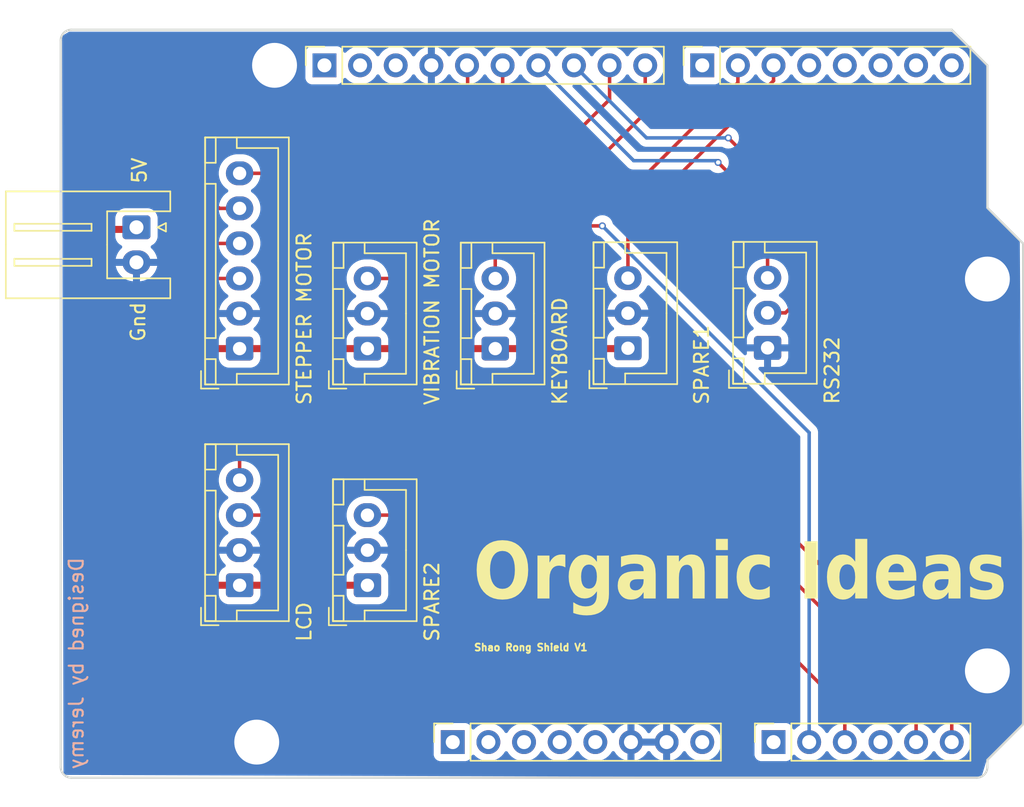
<source format=kicad_pcb>
(kicad_pcb (version 20240108) (generator "pcbnew") (generator_version "8.0")
  (title_block (date "mar. 31 mars 2015"))
  (layers (0 "F.Cu" signal) (31 "B.Cu" signal) (34 "B.Paste" user) (35 "F.Paste" user) (36 "B.SilkS" user "B.Silkscreen") (37 "F.SilkS" user "F.Silkscreen") (38 "B.Mask" user) (39 "F.Mask" user) (44 "Edge.Cuts" user))
  (net 0 "")
  (net 1 "GND")
  (net 3 "+5V")
  (net 4 "/IOREF")
  (net 5 "/A0")
  (net 6 "/A1")
  (net 7 "/A2")
  (net 8 "/A3")
  (net 9 "/SDA")
  (net 10 "/SCL{slash}A5")
  (net 11 "/13")
  (net 12 "/12")
  (net 13 "/AREF")
  (net 14 "/8")
  (net 15 "/7")
  (net 16 "/*11")
  (net 17 "/*10")
  (net 18 "/*9")
  (net 19 "/4")
  (net 20 "/2")
  (net 21 "/*6")
  (net 22 "/*5")
  (net 23 "/TX{slash}1")
  (net 24 "/*3")
  (net 25 "/RX{slash}0")
  (net 26 "+3V3")
  (net 27 "VCC")
  (net 28 "/~{RESET}")
  (footprint "Connector_PinSocket_2.54mm:PinSocket_1x08_P2.54mm_Vertical" (layer "F.Cu") (at 127.94 97.46 90)
    (property "Reference" "J1" (hide yes))
    (property "Value" "Power")
    (fp_line (start 1.33 -1.33) (end 1.33 0) (stroke (width 0.12)) (layer "F.SilkS"))
    (fp_line (start 0 -1.33) (end 1.33 -1.33) (stroke (width 0.12)) (layer "F.SilkS"))
    (fp_line (start 1.33 1.27) (end 1.33 19.11) (stroke (width 0.12)) (layer "F.SilkS"))
    (fp_line (start -1.33 1.27) (end 1.33 1.27) (stroke (width 0.12)) (layer "F.SilkS"))
    (fp_line (start -1.33 1.27) (end -1.33 19.11) (stroke (width 0.12)) (layer "F.SilkS"))
    (fp_line (start -1.33 19.11) (end 1.33 19.11) (stroke (width 0.12)) (layer "F.SilkS"))
    (pad "1" thru_hole rect (at 0 0 90) (size 1.7 1.7) (drill 1) (layers "*.Cu" "*.Mask"))
    (pad "2" thru_hole oval (at 0 2.54 90) (size 1.7 1.7) (drill 1) (layers "*.Cu" "*.Mask") (net 4 "/IOREF"))
    (pad "3" thru_hole oval (at 0 5.08 90) (size 1.7 1.7) (drill 1) (layers "*.Cu" "*.Mask") (net 28 "/~{RESET}"))
    (pad "4" thru_hole oval (at 0 7.62 90) (size 1.7 1.7) (drill 1) (layers "*.Cu" "*.Mask") (net 26 "+3V3"))
    (pad "5" thru_hole oval (at 0 10.16 90) (size 1.7 1.7) (drill 1) (layers "*.Cu" "*.Mask"))
    (pad "6" thru_hole oval (at 0 12.7 90) (size 1.7 1.7) (drill 1) (layers "*.Cu" "*.Mask") (net 1 "GND"))
    (pad "7" thru_hole oval (at 0 15.24 90) (size 1.7 1.7) (drill 1) (layers "*.Cu" "*.Mask") (net 1 "GND"))
    (pad "8" thru_hole oval (at 0 17.78 90) (size 1.7 1.7) (drill 1) (layers "*.Cu" "*.Mask") (net 27 "VCC"))
  )
  (footprint "Connector_PinSocket_2.54mm:PinSocket_1x06_P2.54mm_Vertical" (layer "F.Cu") (at 150.8 97.46 90)
    (property "Reference" "J3" (hide yes))
    (property "Value" "Analog")
    (fp_line (start 1.33 -1.33) (end 1.33 0) (stroke (width 0.12)) (layer "F.SilkS"))
    (fp_line (start 0 -1.33) (end 1.33 -1.33) (stroke (width 0.12)) (layer "F.SilkS"))
    (fp_line (start 1.33 1.27) (end 1.33 14.03) (stroke (width 0.12)) (layer "F.SilkS"))
    (fp_line (start -1.33 1.27) (end 1.33 1.27) (stroke (width 0.12)) (layer "F.SilkS"))
    (fp_line (start -1.33 1.27) (end -1.33 14.03) (stroke (width 0.12)) (layer "F.SilkS"))
    (fp_line (start -1.33 14.03) (end 1.33 14.03) (stroke (width 0.12)) (layer "F.SilkS"))
    (pad "1" thru_hole rect (at 0 0 90) (size 1.7 1.7) (drill 1) (layers "*.Cu" "*.Mask") (net 5 "/A0"))
    (pad "2" thru_hole oval (at 0 2.54 90) (size 1.7 1.7) (drill 1) (layers "*.Cu" "*.Mask") (net 6 "/A1"))
    (pad "3" thru_hole oval (at 0 5.08 90) (size 1.7 1.7) (drill 1) (layers "*.Cu" "*.Mask") (net 7 "/A2"))
    (pad "4" thru_hole oval (at 0 7.62 90) (size 1.7 1.7) (drill 1) (layers "*.Cu" "*.Mask") (net 8 "/A3"))
    (pad "5" thru_hole oval (at 0 10.16 90) (size 1.7 1.7) (drill 1) (layers "*.Cu" "*.Mask") (net 9 "/SDA"))
    (pad "6" thru_hole oval (at 0 12.7 90) (size 1.7 1.7) (drill 1) (layers "*.Cu" "*.Mask") (net 10 "/SCL{slash}A5"))
  )
  (footprint "Connector_PinSocket_2.54mm:PinSocket_1x10_P2.54mm_Vertical" (layer "F.Cu") (at 118.796 49.2 90)
    (property "Reference" "J2" (hide yes))
    (property "Value" "Digital/PWM")
    (fp_line (start 1.33 -1.33) (end 1.33 0) (stroke (width 0.12)) (layer "F.SilkS"))
    (fp_line (start 0 -1.33) (end 1.33 -1.33) (stroke (width 0.12)) (layer "F.SilkS"))
    (fp_line (start 1.33 1.27) (end 1.33 24.19) (stroke (width 0.12)) (layer "F.SilkS"))
    (fp_line (start -1.33 1.27) (end 1.33 1.27) (stroke (width 0.12)) (layer "F.SilkS"))
    (fp_line (start -1.33 1.27) (end -1.33 24.19) (stroke (width 0.12)) (layer "F.SilkS"))
    (fp_line (start -1.33 24.19) (end 1.33 24.19) (stroke (width 0.12)) (layer "F.SilkS"))
    (pad "1" thru_hole rect (at 0 0 90) (size 1.7 1.7) (drill 1) (layers "*.Cu" "*.Mask"))
    (pad "2" thru_hole oval (at 0 2.54 90) (size 1.7 1.7) (drill 1) (layers "*.Cu" "*.Mask"))
    (pad "3" thru_hole oval (at 0 5.08 90) (size 1.7 1.7) (drill 1) (layers "*.Cu" "*.Mask") (net 13 "/AREF"))
    (pad "4" thru_hole oval (at 0 7.62 90) (size 1.7 1.7) (drill 1) (layers "*.Cu" "*.Mask") (net 1 "GND"))
    (pad "5" thru_hole oval (at 0 10.16 90) (size 1.7 1.7) (drill 1) (layers "*.Cu" "*.Mask") (net 11 "/13"))
    (pad "6" thru_hole oval (at 0 12.7 90) (size 1.7 1.7) (drill 1) (layers "*.Cu" "*.Mask") (net 12 "/12"))
    (pad "7" thru_hole oval (at 0 15.24 90) (size 1.7 1.7) (drill 1) (layers "*.Cu" "*.Mask") (net 16 "/*11"))
    (pad "8" thru_hole oval (at 0 17.78 90) (size 1.7 1.7) (drill 1) (layers "*.Cu" "*.Mask") (net 17 "/*10"))
    (pad "9" thru_hole oval (at 0 20.32 90) (size 1.7 1.7) (drill 1) (layers "*.Cu" "*.Mask") (net 18 "/*9"))
    (pad "10" thru_hole oval (at 0 22.86 90) (size 1.7 1.7) (drill 1) (layers "*.Cu" "*.Mask") (net 14 "/8"))
  )
  (footprint "Connector_PinSocket_2.54mm:PinSocket_1x08_P2.54mm_Vertical" (layer "F.Cu") (at 145.72 49.2 90)
    (property "Reference" "J4" (hide yes))
    (property "Value" "Digital/PWM")
    (fp_line (start 1.33 -1.33) (end 1.33 0) (stroke (width 0.12)) (layer "F.SilkS"))
    (fp_line (start 0 -1.33) (end 1.33 -1.33) (stroke (width 0.12)) (layer "F.SilkS"))
    (fp_line (start 1.33 1.27) (end 1.33 19.11) (stroke (width 0.12)) (layer "F.SilkS"))
    (fp_line (start -1.33 1.27) (end 1.33 1.27) (stroke (width 0.12)) (layer "F.SilkS"))
    (fp_line (start -1.33 1.27) (end -1.33 19.11) (stroke (width 0.12)) (layer "F.SilkS"))
    (fp_line (start -1.33 19.11) (end 1.33 19.11) (stroke (width 0.12)) (layer "F.SilkS"))
    (pad "1" thru_hole rect (at 0 0 90) (size 1.7 1.7) (drill 1) (layers "*.Cu" "*.Mask") (net 15 "/7"))
    (pad "2" thru_hole oval (at 0 2.54 90) (size 1.7 1.7) (drill 1) (layers "*.Cu" "*.Mask") (net 21 "/*6"))
    (pad "3" thru_hole oval (at 0 5.08 90) (size 1.7 1.7) (drill 1) (layers "*.Cu" "*.Mask") (net 22 "/*5"))
    (pad "4" thru_hole oval (at 0 7.62 90) (size 1.7 1.7) (drill 1) (layers "*.Cu" "*.Mask") (net 19 "/4"))
    (pad "5" thru_hole oval (at 0 10.16 90) (size 1.7 1.7) (drill 1) (layers "*.Cu" "*.Mask") (net 24 "/*3"))
    (pad "6" thru_hole oval (at 0 12.7 90) (size 1.7 1.7) (drill 1) (layers "*.Cu" "*.Mask") (net 20 "/2"))
    (pad "7" thru_hole oval (at 0 15.24 90) (size 1.7 1.7) (drill 1) (layers "*.Cu" "*.Mask") (net 23 "/TX{slash}1"))
    (pad "8" thru_hole oval (at 0 17.78 90) (size 1.7 1.7) (drill 1) (layers "*.Cu" "*.Mask") (net 25 "/RX{slash}0"))
  )
  (footprint "Connector_JST:JST_XH_S2B-XH-A_1x02_P2.50mm_Horizontal" (layer "F.Cu") (at 105.4 60.75 -90)
    (property "Reference" "J5")
    (property "Value" "POWER SUPPLY" (hide yes))
    (fp_line (start -2.56 9.31) (end -2.56 -2.41) (stroke (width 0.12)) (layer "F.SilkS"))
    (fp_line (start 1.25 9.31) (end -2.56 9.31) (stroke (width 0.12)) (layer "F.SilkS"))
    (fp_line (start 1.25 9.31) (end 5.06 9.31) (stroke (width 0.12)) (layer "F.SilkS"))
    (fp_line (start 5.06 9.31) (end 5.06 -2.41) (stroke (width 0.12)) (layer "F.SilkS"))
    (fp_line (start -0.25 8.7) (end 0.25 8.7) (stroke (width 0.12)) (layer "F.SilkS"))
    (fp_line (start 0.25 8.7) (end 0.25 3.2) (stroke (width 0.12)) (layer "F.SilkS"))
    (fp_line (start 2.25 8.7) (end 2.75 8.7) (stroke (width 0.12)) (layer "F.SilkS"))
    (fp_line (start 2.75 8.7) (end 2.75 3.2) (stroke (width 0.12)) (layer "F.SilkS"))
    (fp_line (start -0.25 3.2) (end -0.25 8.7) (stroke (width 0.12)) (layer "F.SilkS"))
    (fp_line (start 0.25 3.2) (end -0.25 3.2) (stroke (width 0.12)) (layer "F.SilkS"))
    (fp_line (start 2.25 3.2) (end 2.25 8.7) (stroke (width 0.12)) (layer "F.SilkS"))
    (fp_line (start 2.75 3.2) (end 2.25 3.2) (stroke (width 0.12)) (layer "F.SilkS"))
    (fp_line (start -1.14 2.09) (end 1.25 2.09) (stroke (width 0.12)) (layer "F.SilkS"))
    (fp_line (start 3.64 2.09) (end 1.25 2.09) (stroke (width 0.12)) (layer "F.SilkS"))
    (fp_line (start 0 -1.5) (end -0.3 -2.1) (stroke (width 0.12)) (layer "F.SilkS"))
    (fp_line (start -0.3 -2.1) (end 0.3 -2.1) (stroke (width 0.12)) (layer "F.SilkS"))
    (fp_line (start 0.3 -2.1) (end 0 -1.5) (stroke (width 0.12)) (layer "F.SilkS"))
    (fp_line (start -2.56 -2.41) (end -1.14 -2.41) (stroke (width 0.12)) (layer "F.SilkS"))
    (fp_line (start -1.14 -2.41) (end -1.14 2.09) (stroke (width 0.12)) (layer "F.SilkS"))
    (fp_line (start 3.64 -2.41) (end 3.64 2.09) (stroke (width 0.12)) (layer "F.SilkS"))
    (fp_line (start 5.06 -2.41) (end 3.64 -2.41) (stroke (width 0.12)) (layer "F.SilkS"))
    (pad "1" thru_hole roundrect (at 0 0 270) (size 1.7 2) (drill 1) (layers "*.Cu" "*.Mask") (roundrect_rratio 0.147059) (net 3 "+5V"))
    (pad "2" thru_hole oval (at 2.5 0 270) (size 1.7 2) (drill 1) (layers "*.Cu" "*.Mask") (net 1 "GND"))
  )
  (footprint "Connector_JST:JST_XH_B3B-XH-A_1x03_P2.50mm_Vertical" (layer "F.Cu") (at 140.425 69.375 90)
    (property "Reference" "J11")
    (property "Value" "SPARE1" (at -1.178572 5.25 90) (layer "F.SilkS"))
    (fp_line (start -1.6 -2.75) (end -2.85 -2.75) (stroke (width 0.12)) (layer "F.SilkS"))
    (fp_line (start -2.85 -2.75) (end -2.85 -1.5) (stroke (width 0.12)) (layer "F.SilkS"))
    (fp_line (start 7.56 -2.46) (end -2.56 -2.46) (stroke (width 0.12)) (layer "F.SilkS"))
    (fp_line (start -2.56 -2.46) (end -2.56 3.51) (stroke (width 0.12)) (layer "F.SilkS"))
    (fp_line (start 7.55 -2.45) (end 5.75 -2.45) (stroke (width 0.12)) (layer "F.SilkS"))
    (fp_line (start 5.75 -2.45) (end 5.75 -1.7) (stroke (width 0.12)) (layer "F.SilkS"))
    (fp_line (start 4.25 -2.45) (end 0.75 -2.45) (stroke (width 0.12)) (layer "F.SilkS"))
    (fp_line (start 0.75 -2.45) (end 0.75 -1.7) (stroke (width 0.12)) (layer "F.SilkS"))
    (fp_line (start -0.75 -2.45) (end -2.55 -2.45) (stroke (width 0.12)) (layer "F.SilkS"))
    (fp_line (start -2.55 -2.45) (end -2.55 -1.7) (stroke (width 0.12)) (layer "F.SilkS"))
    (fp_line (start 7.55 -1.7) (end 7.55 -2.45) (stroke (width 0.12)) (layer "F.SilkS"))
    (fp_line (start 5.75 -1.7) (end 7.55 -1.7) (stroke (width 0.12)) (layer "F.SilkS"))
    (fp_line (start 4.25 -1.7) (end 4.25 -2.45) (stroke (width 0.12)) (layer "F.SilkS"))
    (fp_line (start 0.75 -1.7) (end 4.25 -1.7) (stroke (width 0.12)) (layer "F.SilkS"))
    (fp_line (start -0.75 -1.7) (end -0.75 -2.45) (stroke (width 0.12)) (layer "F.SilkS"))
    (fp_line (start -2.55 -1.7) (end -0.75 -1.7) (stroke (width 0.12)) (layer "F.SilkS"))
    (fp_line (start 7.55 -0.2) (end 6.8 -0.2) (stroke (width 0.12)) (layer "F.SilkS"))
    (fp_line (start 6.8 -0.2) (end 6.8 2.75) (stroke (width 0.12)) (layer "F.SilkS"))
    (fp_line (start -1.8 -0.2) (end -1.8 2.75) (stroke (width 0.12)) (layer "F.SilkS"))
    (fp_line (start -2.55 -0.2) (end -1.8 -0.2) (stroke (width 0.12)) (layer "F.SilkS"))
    (fp_line (start 6.8 2.75) (end 2.5 2.75) (stroke (width 0.12)) (layer "F.SilkS"))
    (fp_line (start -1.8 2.75) (end 2.5 2.75) (stroke (width 0.12)) (layer "F.SilkS"))
    (fp_line (start 7.56 3.51) (end 7.56 -2.46) (stroke (width 0.12)) (layer "F.SilkS"))
    (fp_line (start -2.56 3.51) (end 7.56 3.51) (stroke (width 0.12)) (layer "F.SilkS"))
    (pad "1" thru_hole roundrect (at 0 0 90) (size 1.7 1.95) (drill 0.95) (layers "*.Cu" "*.Mask") (roundrect_rratio 0.147059) (net 3 "+5V"))
    (pad "2" thru_hole oval (at 2.5 0 90) (size 1.7 1.95) (drill 0.95) (layers "*.Cu" "*.Mask") (net 1 "GND"))
    (pad "3" thru_hole oval (at 5 0 90) (size 1.7 1.95) (drill 0.95) (layers "*.Cu" "*.Mask") (net 22 "/*5"))
  )
  (footprint "Arduino_MountingHole:MountingHole_3.2mm" (layer "F.Cu") (at 115.24 49.2)
    (property "Reference" "MH1" (hide yes))
    (property "Value" "MountingHole_3.2mm" (hide yes))
    (pad "" np_thru_hole circle (at 0 0) (size 3.2 3.2) (drill 3.2) (layers "*.Cu" "*.Mask"))
  )
  (footprint "Connector_JST:JST_XH_B6B-XH-A_1x06_P2.50mm_Vertical" (layer "F.Cu") (at 112.75 69.4 90)
    (property "Reference" "J6")
    (property "Value" "STEPPER MOTOR" (at 2.130953 4.6 90) (layer "F.SilkS"))
    (fp_line (start -1.6 -2.75) (end -2.85 -2.75) (stroke (width 0.12)) (layer "F.SilkS"))
    (fp_line (start -2.85 -2.75) (end -2.85 -1.5) (stroke (width 0.12)) (layer "F.SilkS"))
    (fp_line (start 15.06 -2.46) (end -2.56 -2.46) (stroke (width 0.12)) (layer "F.SilkS"))
    (fp_line (start -2.56 -2.46) (end -2.56 3.51) (stroke (width 0.12)) (layer "F.SilkS"))
    (fp_line (start 15.05 -2.45) (end 13.25 -2.45) (stroke (width 0.12)) (layer "F.SilkS"))
    (fp_line (start 13.25 -2.45) (end 13.25 -1.7) (stroke (width 0.12)) (layer "F.SilkS"))
    (fp_line (start 11.75 -2.45) (end 0.75 -2.45) (stroke (width 0.12)) (layer "F.SilkS"))
    (fp_line (start 0.75 -2.45) (end 0.75 -1.7) (stroke (width 0.12)) (layer "F.SilkS"))
    (fp_line (start -0.75 -2.45) (end -2.55 -2.45) (stroke (width 0.12)) (layer "F.SilkS"))
    (fp_line (start -2.55 -2.45) (end -2.55 -1.7) (stroke (width 0.12)) (layer "F.SilkS"))
    (fp_line (start 15.05 -1.7) (end 15.05 -2.45) (stroke (width 0.12)) (layer "F.SilkS"))
    (fp_line (start 13.25 -1.7) (end 15.05 -1.7) (stroke (width 0.12)) (layer "F.SilkS"))
    (fp_line (start 11.75 -1.7) (end 11.75 -2.45) (stroke (width 0.12)) (layer "F.SilkS"))
    (fp_line (start 0.75 -1.7) (end 11.75 -1.7) (stroke (width 0.12)) (layer "F.SilkS"))
    (fp_line (start -0.75 -1.7) (end -0.75 -2.45) (stroke (width 0.12)) (layer "F.SilkS"))
    (fp_line (start -2.55 -1.7) (end -0.75 -1.7) (stroke (width 0.12)) (layer "F.SilkS"))
    (fp_line (start 15.05 -0.2) (end 14.3 -0.2) (stroke (width 0.12)) (layer "F.SilkS"))
    (fp_line (start 14.3 -0.2) (end 14.3 2.75) (stroke (width 0.12)) (layer "F.SilkS"))
    (fp_line (start -1.8 -0.2) (end -1.8 2.75) (stroke (width 0.12)) (layer "F.SilkS"))
    (fp_line (start -2.55 -0.2) (end -1.8 -0.2) (stroke (width 0.12)) (layer "F.SilkS"))
    (fp_line (start 14.3 2.75) (end 6.25 2.75) (stroke (width 0.12)) (layer "F.SilkS"))
    (fp_line (start -1.8 2.75) (end 6.25 2.75) (stroke (width 0.12)) (layer "F.SilkS"))
    (fp_line (start 15.06 3.51) (end 15.06 -2.46) (stroke (width 0.12)) (layer "F.SilkS"))
    (fp_line (start -2.56 3.51) (end 15.06 3.51) (stroke (width 0.12)) (layer "F.SilkS"))
    (pad "1" thru_hole roundrect (at 0 0 90) (size 1.7 1.95) (drill 0.95) (layers "*.Cu" "*.Mask") (roundrect_rratio 0.147059) (net 3 "+5V"))
    (pad "2" thru_hole oval (at 2.5 0 90) (size 1.7 1.95) (drill 0.95) (layers "*.Cu" "*.Mask") (net 1 "GND"))
    (pad "3" thru_hole oval (at 5 0 90) (size 1.7 1.95) (drill 0.95) (layers "*.Cu" "*.Mask") (net 11 "/13"))
    (pad "4" thru_hole oval (at 7.5 0 90) (size 1.7 1.95) (drill 0.95) (layers "*.Cu" "*.Mask") (net 12 "/12"))
    (pad "5" thru_hole oval (at 10 0 90) (size 1.7 1.95) (drill 0.95) (layers "*.Cu" "*.Mask") (net 18 "/*9"))
    (pad "6" thru_hole oval (at 12.5 0 90) (size 1.7 1.95) (drill 0.95) (layers "*.Cu" "*.Mask") (net 14 "/8"))
  )
  (footprint "Connector_JST:JST_XH_B3B-XH-A_1x03_P2.50mm_Vertical" (layer "F.Cu") (at 121.859285 86.275 90)
    (property "Reference" "J12")
    (property "Value" "SPARE2" (at -1.178572 4.6 90) (layer "F.SilkS"))
    (fp_line (start -1.6 -2.75) (end -2.85 -2.75) (stroke (width 0.12)) (layer "F.SilkS"))
    (fp_line (start -2.85 -2.75) (end -2.85 -1.5) (stroke (width 0.12)) (layer "F.SilkS"))
    (fp_line (start 7.56 -2.46) (end -2.56 -2.46) (stroke (width 0.12)) (layer "F.SilkS"))
    (fp_line (start -2.56 -2.46) (end -2.56 3.51) (stroke (width 0.12)) (layer "F.SilkS"))
    (fp_line (start 7.55 -2.45) (end 5.75 -2.45) (stroke (width 0.12)) (layer "F.SilkS"))
    (fp_line (start 5.75 -2.45) (end 5.75 -1.7) (stroke (width 0.12)) (layer "F.SilkS"))
    (fp_line (start 4.25 -2.45) (end 0.75 -2.45) (stroke (width 0.12)) (layer "F.SilkS"))
    (fp_line (start 0.75 -2.45) (end 0.75 -1.7) (stroke (width 0.12)) (layer "F.SilkS"))
    (fp_line (start -0.75 -2.45) (end -2.55 -2.45) (stroke (width 0.12)) (layer "F.SilkS"))
    (fp_line (start -2.55 -2.45) (end -2.55 -1.7) (stroke (width 0.12)) (layer "F.SilkS"))
    (fp_line (start 7.55 -1.7) (end 7.55 -2.45) (stroke (width 0.12)) (layer "F.SilkS"))
    (fp_line (start 5.75 -1.7) (end 7.55 -1.7) (stroke (width 0.12)) (layer "F.SilkS"))
    (fp_line (start 4.25 -1.7) (end 4.25 -2.45) (stroke (width 0.12)) (layer "F.SilkS"))
    (fp_line (start 0.75 -1.7) (end 4.25 -1.7) (stroke (width 0.12)) (layer "F.SilkS"))
    (fp_line (start -0.75 -1.7) (end -0.75 -2.45) (stroke (width 0.12)) (layer "F.SilkS"))
    (fp_line (start -2.55 -1.7) (end -0.75 -1.7) (stroke (width 0.12)) (layer "F.SilkS"))
    (fp_line (start 7.55 -0.2) (end 6.8 -0.2) (stroke (width 0.12)) (layer "F.SilkS"))
    (fp_line (start 6.8 -0.2) (end 6.8 2.75) (stroke (width 0.12)) (layer "F.SilkS"))
    (fp_line (start -1.8 -0.2) (end -1.8 2.75) (stroke (width 0.12)) (layer "F.SilkS"))
    (fp_line (start -2.55 -0.2) (end -1.8 -0.2) (stroke (width 0.12)) (layer "F.SilkS"))
    (fp_line (start 6.8 2.75) (end 2.5 2.75) (stroke (width 0.12)) (layer "F.SilkS"))
    (fp_line (start -1.8 2.75) (end 2.5 2.75) (stroke (width 0.12)) (layer "F.SilkS"))
    (fp_line (start 7.56 3.51) (end 7.56 -2.46) (stroke (width 0.12)) (layer "F.SilkS"))
    (fp_line (start -2.56 3.51) (end 7.56 3.51) (stroke (width 0.12)) (layer "F.SilkS"))
    (pad "1" thru_hole roundrect (at 0 0 90) (size 1.7 1.95) (drill 0.95) (layers "*.Cu" "*.Mask") (roundrect_rratio 0.147059) (net 3 "+5V"))
    (pad "2" thru_hole oval (at 2.5 0 90) (size 1.7 1.95) (drill 0.95) (layers "*.Cu" "*.Mask") (net 1 "GND"))
    (pad "3" thru_hole oval (at 5 0 90) (size 1.7 1.95) (drill 0.95) (layers "*.Cu" "*.Mask") (net 7 "/A2"))
  )
  (footprint "Connector_JST:JST_XH_B3B-XH-A_1x03_P2.50mm_Vertical" (layer "F.Cu") (at 130.96857 69.4 90)
    (property "Reference" "J7")
    (property "Value" "KEYBOARD" (at -0.178571 4.6 90) (layer "F.SilkS"))
    (fp_line (start -1.6 -2.75) (end -2.85 -2.75) (stroke (width 0.12)) (layer "F.SilkS"))
    (fp_line (start -2.85 -2.75) (end -2.85 -1.5) (stroke (width 0.12)) (layer "F.SilkS"))
    (fp_line (start 7.56 -2.46) (end -2.56 -2.46) (stroke (width 0.12)) (layer "F.SilkS"))
    (fp_line (start -2.56 -2.46) (end -2.56 3.51) (stroke (width 0.12)) (layer "F.SilkS"))
    (fp_line (start 7.55 -2.45) (end 5.75 -2.45) (stroke (width 0.12)) (layer "F.SilkS"))
    (fp_line (start 5.75 -2.45) (end 5.75 -1.7) (stroke (width 0.12)) (layer "F.SilkS"))
    (fp_line (start 4.25 -2.45) (end 0.75 -2.45) (stroke (width 0.12)) (layer "F.SilkS"))
    (fp_line (start 0.75 -2.45) (end 0.75 -1.7) (stroke (width 0.12)) (layer "F.SilkS"))
    (fp_line (start -0.75 -2.45) (end -2.55 -2.45) (stroke (width 0.12)) (layer "F.SilkS"))
    (fp_line (start -2.55 -2.45) (end -2.55 -1.7) (stroke (width 0.12)) (layer "F.SilkS"))
    (fp_line (start 7.55 -1.7) (end 7.55 -2.45) (stroke (width 0.12)) (layer "F.SilkS"))
    (fp_line (start 5.75 -1.7) (end 7.55 -1.7) (stroke (width 0.12)) (layer "F.SilkS"))
    (fp_line (start 4.25 -1.7) (end 4.25 -2.45) (stroke (width 0.12)) (layer "F.SilkS"))
    (fp_line (start 0.75 -1.7) (end 4.25 -1.7) (stroke (width 0.12)) (layer "F.SilkS"))
    (fp_line (start -0.75 -1.7) (end -0.75 -2.45) (stroke (width 0.12)) (layer "F.SilkS"))
    (fp_line (start -2.55 -1.7) (end -0.75 -1.7) (stroke (width 0.12)) (layer "F.SilkS"))
    (fp_line (start 7.55 -0.2) (end 6.8 -0.2) (stroke (width 0.12)) (layer "F.SilkS"))
    (fp_line (start 6.8 -0.2) (end 6.8 2.75) (stroke (width 0.12)) (layer "F.SilkS"))
    (fp_line (start -1.8 -0.2) (end -1.8 2.75) (stroke (width 0.12)) (layer "F.SilkS"))
    (fp_line (start -2.55 -0.2) (end -1.8 -0.2) (stroke (width 0.12)) (layer "F.SilkS"))
    (fp_line (start 6.8 2.75) (end 2.5 2.75) (stroke (width 0.12)) (layer "F.SilkS"))
    (fp_line (start -1.8 2.75) (end 2.5 2.75) (stroke (width 0.12)) (layer "F.SilkS"))
    (fp_line (start 7.56 3.51) (end 7.56 -2.46) (stroke (width 0.12)) (layer "F.SilkS"))
    (fp_line (start -2.56 3.51) (end 7.56 3.51) (stroke (width 0.12)) (layer "F.SilkS"))
    (pad "1" thru_hole roundrect (at 0 0 90) (size 1.7 1.95) (drill 0.95) (layers "*.Cu" "*.Mask") (roundrect_rratio 0.147059) (net 3 "+5V"))
    (pad "2" thru_hole oval (at 2.5 0 90) (size 1.7 1.95) (drill 0.95) (layers "*.Cu" "*.Mask") (net 1 "GND"))
    (pad "3" thru_hole oval (at 5 0 90) (size 1.7 1.95) (drill 0.95) (layers "*.Cu" "*.Mask") (net 6 "/A1"))
  )
  (footprint "Connector_JST:JST_XH_B4B-XH-A_1x04_P2.50mm_Vertical" (layer "F.Cu") (at 112.75 86.275 90)
    (property "Reference" "J8")
    (property "Value" "LCD" (at -2.607143 4.6 90) (layer "F.SilkS"))
    (fp_line (start -1.6 -2.75) (end -2.85 -2.75) (stroke (width 0.12)) (layer "F.SilkS"))
    (fp_line (start -2.85 -2.75) (end -2.85 -1.5) (stroke (width 0.12)) (layer "F.SilkS"))
    (fp_line (start 10.06 -2.46) (end -2.56 -2.46) (stroke (width 0.12)) (layer "F.SilkS"))
    (fp_line (start -2.56 -2.46) (end -2.56 3.51) (stroke (width 0.12)) (layer "F.SilkS"))
    (fp_line (start 10.05 -2.45) (end 8.25 -2.45) (stroke (width 0.12)) (layer "F.SilkS"))
    (fp_line (start 8.25 -2.45) (end 8.25 -1.7) (stroke (width 0.12)) (layer "F.SilkS"))
    (fp_line (start 6.75 -2.45) (end 0.75 -2.45) (stroke (width 0.12)) (layer "F.SilkS"))
    (fp_line (start 0.75 -2.45) (end 0.75 -1.7) (stroke (width 0.12)) (layer "F.SilkS"))
    (fp_line (start -0.75 -2.45) (end -2.55 -2.45) (stroke (width 0.12)) (layer "F.SilkS"))
    (fp_line (start -2.55 -2.45) (end -2.55 -1.7) (stroke (width 0.12)) (layer "F.SilkS"))
    (fp_line (start 10.05 -1.7) (end 10.05 -2.45) (stroke (width 0.12)) (layer "F.SilkS"))
    (fp_line (start 8.25 -1.7) (end 10.05 -1.7) (stroke (width 0.12)) (layer "F.SilkS"))
    (fp_line (start 6.75 -1.7) (end 6.75 -2.45) (stroke (width 0.12)) (layer "F.SilkS"))
    (fp_line (start 0.75 -1.7) (end 6.75 -1.7) (stroke (width 0.12)) (layer "F.SilkS"))
    (fp_line (start -0.75 -1.7) (end -0.75 -2.45) (stroke (width 0.12)) (layer "F.SilkS"))
    (fp_line (start -2.55 -1.7) (end -0.75 -1.7) (stroke (width 0.12)) (layer "F.SilkS"))
    (fp_line (start 10.05 -0.2) (end 9.3 -0.2) (stroke (width 0.12)) (layer "F.SilkS"))
    (fp_line (start 9.3 -0.2) (end 9.3 2.75) (stroke (width 0.12)) (layer "F.SilkS"))
    (fp_line (start -1.8 -0.2) (end -1.8 2.75) (stroke (width 0.12)) (layer "F.SilkS"))
    (fp_line (start -2.55 -0.2) (end -1.8 -0.2) (stroke (width 0.12)) (layer "F.SilkS"))
    (fp_line (start 9.3 2.75) (end 3.75 2.75) (stroke (width 0.12)) (layer "F.SilkS"))
    (fp_line (start -1.8 2.75) (end 3.75 2.75) (stroke (width 0.12)) (layer "F.SilkS"))
    (fp_line (start 10.06 3.51) (end 10.06 -2.46) (stroke (width 0.12)) (layer "F.SilkS"))
    (fp_line (start -2.56 3.51) (end 10.06 3.51) (stroke (width 0.12)) (layer "F.SilkS"))
    (pad "1" thru_hole roundrect (at 0 0 90) (size 1.7 1.95) (drill 0.95) (layers "*.Cu" "*.Mask") (roundrect_rratio 0.147059) (net 3 "+5V"))
    (pad "2" thru_hole oval (at 2.5 0 90) (size 1.7 1.95) (drill 0.95) (layers "*.Cu" "*.Mask") (net 1 "GND"))
    (pad "3" thru_hole oval (at 5 0 90) (size 1.7 1.95) (drill 0.95) (layers "*.Cu" "*.Mask") (net 9 "/SDA"))
    (pad "4" thru_hole oval (at 7.5 0 90) (size 1.7 1.95) (drill 0.95) (layers "*.Cu" "*.Mask") (net 10 "/SCL{slash}A5"))
  )
  (footprint "Arduino_MountingHole:MountingHole_3.2mm" (layer "F.Cu") (at 113.97 97.46)
    (property "Reference" "MH2" (hide yes))
    (property "Value" "MountingHole_3.2mm" (hide yes))
    (pad "" np_thru_hole circle (at 0 0) (size 3.2 3.2) (drill 3.2) (layers "*.Cu" "*.Mask"))
  )
  (footprint "Arduino_MountingHole:MountingHole_3.2mm" (layer "F.Cu") (at 166.04 64.44)
    (property "Reference" "MH3" (hide yes))
    (property "Value" "MountingHole_3.2mm" (hide yes))
    (pad "" np_thru_hole circle (at 0 0) (size 3.2 3.2) (drill 3.2) (layers "*.Cu" "*.Mask"))
  )
  (footprint "Arduino_MountingHole:MountingHole_3.2mm" (layer "F.Cu") (at 166.04 92.38)
    (property "Reference" "MH4" (hide yes))
    (property "Value" "MountingHole_3.2mm" (hide yes))
    (pad "" np_thru_hole circle (at 0 0) (size 3.2 3.2) (drill 3.2) (layers "*.Cu" "*.Mask"))
  )
  (footprint "Connector_JST:JST_XH_B3B-XH-A_1x03_P2.50mm_Vertical" (layer "F.Cu") (at 121.859285 69.4 90)
    (property "Reference" "J10")
    (property "Value" "VIBRATION MOTOR" (at 2.630952 4.6 90) (layer "F.SilkS"))
    (fp_line (start -1.6 -2.75) (end -2.85 -2.75) (stroke (width 0.12)) (layer "F.SilkS"))
    (fp_line (start -2.85 -2.75) (end -2.85 -1.5) (stroke (width 0.12)) (layer "F.SilkS"))
    (fp_line (start 7.56 -2.46) (end -2.56 -2.46) (stroke (width 0.12)) (layer "F.SilkS"))
    (fp_line (start -2.56 -2.46) (end -2.56 3.51) (stroke (width 0.12)) (layer "F.SilkS"))
    (fp_line (start 7.55 -2.45) (end 5.75 -2.45) (stroke (width 0.12)) (layer "F.SilkS"))
    (fp_line (start 5.75 -2.45) (end 5.75 -1.7) (stroke (width 0.12)) (layer "F.SilkS"))
    (fp_line (start 4.25 -2.45) (end 0.75 -2.45) (stroke (width 0.12)) (layer "F.SilkS"))
    (fp_line (start 0.75 -2.45) (end 0.75 -1.7) (stroke (width 0.12)) (layer "F.SilkS"))
    (fp_line (start -0.75 -2.45) (end -2.55 -2.45) (stroke (width 0.12)) (layer "F.SilkS"))
    (fp_line (start -2.55 -2.45) (end -2.55 -1.7) (stroke (width 0.12)) (layer "F.SilkS"))
    (fp_line (start 7.55 -1.7) (end 7.55 -2.45) (stroke (width 0.12)) (layer "F.SilkS"))
    (fp_line (start 5.75 -1.7) (end 7.55 -1.7) (stroke (width 0.12)) (layer "F.SilkS"))
    (fp_line (start 4.25 -1.7) (end 4.25 -2.45) (stroke (width 0.12)) (layer "F.SilkS"))
    (fp_line (start 0.75 -1.7) (end 4.25 -1.7) (stroke (width 0.12)) (layer "F.SilkS"))
    (fp_line (start -0.75 -1.7) (end -0.75 -2.45) (stroke (width 0.12)) (layer "F.SilkS"))
    (fp_line (start -2.55 -1.7) (end -0.75 -1.7) (stroke (width 0.12)) (layer "F.SilkS"))
    (fp_line (start 7.55 -0.2) (end 6.8 -0.2) (stroke (width 0.12)) (layer "F.SilkS"))
    (fp_line (start 6.8 -0.2) (end 6.8 2.75) (stroke (width 0.12)) (layer "F.SilkS"))
    (fp_line (start -1.8 -0.2) (end -1.8 2.75) (stroke (width 0.12)) (layer "F.SilkS"))
    (fp_line (start -2.55 -0.2) (end -1.8 -0.2) (stroke (width 0.12)) (layer "F.SilkS"))
    (fp_line (start 6.8 2.75) (end 2.5 2.75) (stroke (width 0.12)) (layer "F.SilkS"))
    (fp_line (start -1.8 2.75) (end 2.5 2.75) (stroke (width 0.12)) (layer "F.SilkS"))
    (fp_line (start 7.56 3.51) (end 7.56 -2.46) (stroke (width 0.12)) (layer "F.SilkS"))
    (fp_line (start -2.56 3.51) (end 7.56 3.51) (stroke (width 0.12)) (layer "F.SilkS"))
    (pad "1" thru_hole roundrect (at 0 0 90) (size 1.7 1.95) (drill 0.95) (layers "*.Cu" "*.Mask") (roundrect_rratio 0.147059) (net 3 "+5V"))
    (pad "2" thru_hole oval (at 2.5 0 90) (size 1.7 1.95) (drill 0.95) (layers "*.Cu" "*.Mask") (net 1 "GND"))
    (pad "3" thru_hole oval (at 5 0 90) (size 1.7 1.95) (drill 0.95) (layers "*.Cu" "*.Mask") (net 21 "/*6"))
  )
  (footprint "Connector_JST:JST_XH_B3B-XH-A_1x03_P2.50mm_Vertical" (layer "F.Cu") (at 150.375 69.35 90)
    (property "Reference" "J9")
    (property "Value" "RS232" (at -1.607143 4.6 90) (layer "F.SilkS"))
    (fp_line (start -1.6 -2.75) (end -2.85 -2.75) (stroke (width 0.12)) (layer "F.SilkS"))
    (fp_line (start -2.85 -2.75) (end -2.85 -1.5) (stroke (width 0.12)) (layer "F.SilkS"))
    (fp_line (start 7.56 -2.46) (end -2.56 -2.46) (stroke (width 0.12)) (layer "F.SilkS"))
    (fp_line (start -2.56 -2.46) (end -2.56 3.51) (stroke (width 0.12)) (layer "F.SilkS"))
    (fp_line (start 7.55 -2.45) (end 5.75 -2.45) (stroke (width 0.12)) (layer "F.SilkS"))
    (fp_line (start 5.75 -2.45) (end 5.75 -1.7) (stroke (width 0.12)) (layer "F.SilkS"))
    (fp_line (start 4.25 -2.45) (end 0.75 -2.45) (stroke (width 0.12)) (layer "F.SilkS"))
    (fp_line (start 0.75 -2.45) (end 0.75 -1.7) (stroke (width 0.12)) (layer "F.SilkS"))
    (fp_line (start -0.75 -2.45) (end -2.55 -2.45) (stroke (width 0.12)) (layer "F.SilkS"))
    (fp_line (start -2.55 -2.45) (end -2.55 -1.7) (stroke (width 0.12)) (layer "F.SilkS"))
    (fp_line (start 7.55 -1.7) (end 7.55 -2.45) (stroke (width 0.12)) (layer "F.SilkS"))
    (fp_line (start 5.75 -1.7) (end 7.55 -1.7) (stroke (width 0.12)) (layer "F.SilkS"))
    (fp_line (start 4.25 -1.7) (end 4.25 -2.45) (stroke (width 0.12)) (layer "F.SilkS"))
    (fp_line (start 0.75 -1.7) (end 4.25 -1.7) (stroke (width 0.12)) (layer "F.SilkS"))
    (fp_line (start -0.75 -1.7) (end -0.75 -2.45) (stroke (width 0.12)) (layer "F.SilkS"))
    (fp_line (start -2.55 -1.7) (end -0.75 -1.7) (stroke (width 0.12)) (layer "F.SilkS"))
    (fp_line (start 7.55 -0.2) (end 6.8 -0.2) (stroke (width 0.12)) (layer "F.SilkS"))
    (fp_line (start 6.8 -0.2) (end 6.8 2.75) (stroke (width 0.12)) (layer "F.SilkS"))
    (fp_line (start -1.8 -0.2) (end -1.8 2.75) (stroke (width 0.12)) (layer "F.SilkS"))
    (fp_line (start -2.55 -0.2) (end -1.8 -0.2) (stroke (width 0.12)) (layer "F.SilkS"))
    (fp_line (start 6.8 2.75) (end 2.5 2.75) (stroke (width 0.12)) (layer "F.SilkS"))
    (fp_line (start -1.8 2.75) (end 2.5 2.75) (stroke (width 0.12)) (layer "F.SilkS"))
    (fp_line (start 7.56 3.51) (end 7.56 -2.46) (stroke (width 0.12)) (layer "F.SilkS"))
    (fp_line (start -2.56 3.51) (end 7.56 3.51) (stroke (width 0.12)) (layer "F.SilkS"))
    (pad "1" thru_hole roundrect (at 0 0 90) (size 1.7 1.95) (drill 0.95) (layers "*.Cu" "*.Mask") (roundrect_rratio 0.147059) (net 1 "GND"))
    (pad "2" thru_hole oval (at 2.5 0 90) (size 1.7 1.95) (drill 0.95) (layers "*.Cu" "*.Mask") (net 17 "/*10"))
    (pad "3" thru_hole oval (at 5 0 90) (size 1.7 1.95) (drill 0.95) (layers "*.Cu" "*.Mask") (net 16 "/*11"))
  )
  (gr_line (start 166.04 59.36) (end 168.58 61.9) (stroke (width 0.15)) (layer "Edge.Cuts"))
  (gr_line (start 100 99.238) (end 100 47.422) (stroke (width 0.15)) (layer "Edge.Cuts"))
  (gr_line (start 168.58 61.9) (end 168.58 96.19) (stroke (width 0.15)) (layer "Edge.Cuts"))
  (gr_line (start 165.278 100) (end 100.762 100) (stroke (width 0.15)) (layer "Edge.Cuts"))
  (gr_line (start 100.762 46.66) (end 163.5 46.66) (stroke (width 0.15)) (layer "Edge.Cuts"))
  (gr_arc (start 100.762 100) (mid 100.223185 99.776815) (end 100 99.238) (stroke (width 0.15)) (layer "Edge.Cuts"))
  (gr_line (start 168.58 96.19) (end 166.04 98.73) (stroke (width 0.15)) (layer "Edge.Cuts"))
  (gr_line (start 163.5 46.66) (end 166.04 49.2) (stroke (width 0.15)) (layer "Edge.Cuts"))
  (gr_arc (start 166.04 99.238) (mid 165.816815 99.776815) (end 165.278 100) (stroke (width 0.15)) (layer "Edge.Cuts"))
  (gr_line (start 166.04 49.2) (end 166.04 59.36) (stroke (width 0.15)) (layer "Edge.Cuts"))
  (gr_line (start 166.04 98.73) (end 166.04 99.238) (stroke (width 0.15)) (layer "Edge.Cuts"))
  (gr_arc (start 100 47.422) (mid 100.223185 46.883185) (end 100.762 46.66) (stroke (width 0.15)) (layer "Edge.Cuts"))
  (gr_text "Designed by Jeremy" (at 101.7 84.2 90) (layer "B.SilkS") (effects (font (size 1 1)) (justify left bottom mirror)))
  (gr_text "Gnd" (at 106.1 69 90) (layer "F.SilkS") (effects (font (size 1 1)) (justify left bottom)))
  (gr_text "5V" (at 106.2 57.7 90) (layer "F.SilkS") (effects (font (size 1 1)) (justify left bottom)))
  (gr_text "Organic Ideas" (at 129.4 87.9 0) (layer "F.SilkS") (effects (font (size 4 3.5) (thickness 0.2) (bold yes)) (justify left bottom)))
  (gr_text "Shao Rong Shield V1" (at 129.4 91 0) (layer "F.SilkS") (effects (font (size 0.5 0.5) (thickness 0.125)) (justify left bottom)))
  (segment (start 109 69.4) (end 112.75 69.4) (width 0.5) (layer "F.Cu") (net 3))
  (segment (start 101.1 62.1) (end 101.1 65.9) (width 0.5) (layer "F.Cu") (net 3))
  (segment (start 105.4 60.75) (end 105.25 60.9) (width 0.5) (layer "F.Cu") (net 3))
  (segment (start 102.3 60.9) (end 101.1 62.1) (width 0.5) (layer "F.Cu") (net 3))
  (segment (start 109 69.4) (end 109 84.4) (width 0.5) (layer "F.Cu") (net 3))
  (segment (start 112.75 69.4) (end 140.4 69.4) (width 0.5) (layer "F.Cu") (net 3))
  (segment (start 101.1 65.9) (end 104.6 69.4) (width 0.5) (layer "F.Cu") (net 3))
  (segment (start 112.75 86.275) (end 121.859285 86.275) (width 0.5) (layer "F.Cu") (net 3))
  (segment (start 104.6 69.4) (end 109 69.4) (width 0.5) (layer "F.Cu") (net 3))
  (segment (start 110.875 86.275) (end 112.75 86.275) (width 0.5) (layer "F.Cu") (net 3))
  (segment (start 140.4 69.4) (end 140.425 69.375) (width 0.5) (layer "F.Cu") (net 3))
  (segment (start 105.25 60.9) (end 102.3 60.9) (width 0.5) (layer "F.Cu") (net 3))
  (segment (start 109 84.4) (end 110.875 86.275) (width 0.5) (layer "F.Cu") (net 3))
  (segment (start 130.96857 64.4) (end 130.96857 62.38143) (width 0.25) (layer "F.Cu") (net 6))
  (segment (start 132.7 60.65) (end 138.6 60.65) (width 0.25) (layer "F.Cu") (net 6))
  (segment (start 132.55 60.8) (end 132.7 60.65) (width 0.25) (layer "F.Cu") (net 6))
  (segment (start 130.96857 62.38143) (end 132.55 60.8) (width 0.25) (layer "F.Cu") (net 6))
  (via (at 138.6 60.65) (size 0.5) (drill 0.3) (layers "F.Cu" "B.Cu") (net 6))
  (segment (start 153.34 75.39) (end 153.34 97.46) (width 0.25) (layer "B.Cu") (net 6))
  (segment (start 138.6 60.65) (end 153.34 75.39) (width 0.25) (layer "B.Cu") (net 6))
  (segment (start 155.88 95.08) (end 155.88 97.46) (width 0.25) (layer "F.Cu") (net 7))
  (segment (start 142.075 81.275) (end 155.88 95.08) (width 0.25) (layer "F.Cu") (net 7))
  (segment (start 121.859285 81.275) (end 142.075 81.275) (width 0.25) (layer "F.Cu") (net 7))
  (segment (start 160.96 94.66) (end 160.96 97.46) (width 0.25) (layer "F.Cu") (net 9))
  (segment (start 114.625 81.275) (end 117.3 78.6) (width 0.25) (layer "F.Cu") (net 9))
  (segment (start 117.3 78.6) (end 144.9 78.6) (width 0.25) (layer "F.Cu") (net 9))
  (segment (start 144.9 78.6) (end 160.96 94.66) (width 0.25) (layer "F.Cu") (net 9))
  (segment (start 112.75 81.275) (end 114.625 81.275) (width 0.25) (layer "F.Cu") (net 9))
  (segment (start 112.75 78.775) (end 112.75 77.2) (width 0.25) (layer "F.Cu") (net 10))
  (segment (start 163.5 94.2) (end 163.5 97.46) (width 0.25) (layer "F.Cu") (net 10))
  (segment (start 163.5 96.75) (end 163.5 97.46) (width 0.25) (layer "F.Cu") (net 10))
  (segment (start 112.75 77.2) (end 113.925 76.025) (width 0.25) (layer "F.Cu") (net 10))
  (segment (start 145.325 76.025) (end 163.5 94.2) (width 0.25) (layer "F.Cu") (net 10))
  (segment (start 113.925 76.025) (end 145.325 76.025) (width 0.25) (layer "F.Cu") (net 10))
  (segment (start 110.7 64.4) (end 108.8 62.5) (width 0.25) (layer "F.Cu") (net 11))
  (segment (start 108.8 62.5) (end 108.8 54.4) (width 0.25) (layer "F.Cu") (net 11))
  (segment (start 108.8 54.4) (end 110.95 52.25) (width 0.25) (layer "F.Cu") (net 11))
  (segment (start 112.75 64.4) (end 110.7 64.4) (width 0.25) (layer "F.Cu") (net 11))
  (segment (start 129 51.5) (end 129 49.244) (width 0.25) (layer "F.Cu") (net 11))
  (segment (start 129 49.244) (end 128.956 49.2) (width 0.25) (layer "F.Cu") (net 11))
  (segment (start 128.25 52.25) (end 129 51.5) (width 0.25) (layer "F.Cu") (net 11))
  (segment (start 110.95 52.25) (end 128.25 52.25) (width 0.25) (layer "F.Cu") (net 11))
  (segment (start 109.8 55.4) (end 111.45 53.75) (width 0.25) (layer "F.Cu") (net 12))
  (segment (start 131.496 51.754) (end 131.496 49.2) (width 0.25) (layer "F.Cu") (net 12))
  (segment (start 129.5 53.75) (end 131.496 51.754) (width 0.25) (layer "F.Cu") (net 12))
  (segment (start 110.9 61.9) (end 109.8 60.8) (width 0.25) (layer "F.Cu") (net 12))
  (segment (start 112.75 61.9) (end 110.9 61.9) (width 0.25) (layer "F.Cu") (net 12))
  (segment (start 111.45 53.75) (end 129.5 53.75) (width 0.25) (layer "F.Cu") (net 12))
  (segment (start 109.8 60.8) (end 109.8 55.4) (width 0.25) (layer "F.Cu") (net 12))
  (segment (start 137.35 56.9) (end 141.656 52.594) (width 0.25) (layer "F.Cu") (net 14))
  (segment (start 112.75 56.9) (end 137.35 56.9) (width 0.25) (layer "F.Cu") (net 14))
  (segment (start 112.9 56.75) (end 112.75 56.9) (width 0.25) (layer "F.Cu") (net 14))
  (segment (start 141.656 52.594) (end 141.656 49.2) (width 0.25) (layer "F.Cu") (net 14))
  (segment (start 150.375 59.65) (end 146.85 56.125) (width 0.25) (layer "F.Cu") (net 16))
  (segment (start 150.375 64.35) (end 150.375 59.65) (width 0.25) (layer "F.Cu") (net 16))
  (via (at 146.85 56.125) (size 0.5) (drill 0.3) (layers "F.Cu" "B.Cu") (net 16))
  (segment (start 146.725 56) (end 140.836 56) (width 0.25) (layer "B.Cu") (net 16))
  (segment (start 140.836 56) (end 134.036 49.2) (width 0.25) (layer "B.Cu") (net 16))
  (segment (start 146.85 56.125) (end 146.725 56) (width 0.25) (layer "B.Cu") (net 16))
  (segment (start 152.7 59.5) (end 147.575 54.375) (width 0.25) (layer "F.Cu") (net 17))
  (segment (start 150.375 66.85) (end 151.65 66.85) (width 0.25) (layer "F.Cu") (net 17))
  (segment (start 152.7 65.8) (end 152.7 59.5) (width 0.25) (layer "F.Cu") (net 17))
  (segment (start 151.65 66.85) (end 152.7 65.8) (width 0.25) (layer "F.Cu") (net 17))
  (via (at 147.575 54.375) (size 0.5) (drill 0.3) (layers "F.Cu" "B.Cu") (net 17))
  (segment (start 147.575 54.375) (end 141.751 54.375) (width 0.25) (layer "B.Cu") (net 17))
  (segment (start 141.751 54.375) (end 136.576 49.2) (width 0.25) (layer "B.Cu") (net 17))
  (segment (start 110.6 56.1) (end 111.7 55) (width 0.25) (layer "F.Cu") (net 18))
  (segment (start 139.116 51.634) (end 139.116 49.2) (width 0.25) (layer "F.Cu") (net 18))
  (segment (start 112.75 59.4) (end 111.3 59.4) (width 0.25) (layer "F.Cu") (net 18))
  (segment (start 110.6 58.7) (end 110.6 56.1) (width 0.25) (layer "F.Cu") (net 18))
  (segment (start 111.7 55) (end 135.75 55) (width 0.25) (layer "F.Cu") (net 18))
  (segment (start 135.75 55) (end 139.116 51.634) (width 0.25) (layer "F.Cu") (net 18))
  (segment (start 111.3 59.4) (end 110.6 58.7) (width 0.25) (layer "F.Cu") (net 18))
  (segment (start 124.35 64.4) (end 130 58.75) (width 0.25) (layer "F.Cu") (net 21))
  (segment (start 121.859285 64.4) (end 124.35 64.4) (width 0.25) (layer "F.Cu") (net 21))
  (segment (start 130 58.75) (end 139.95 58.75) (width 0.25) (layer "F.Cu") (net 21))
  (segment (start 139.95 58.75) (end 148.26 50.44) (width 0.25) (layer "F.Cu") (net 21))
  (segment (start 148.26 50.44) (end 148.26 49.2) (width 0.25) (layer "F.Cu") (net 21))
  (segment (start 140.425 60.675) (end 150.8 50.3) (width 0.25) (layer "F.Cu") (net 22))
  (segment (start 150.8 50.3) (end 150.8 49.2) (width 0.25) (layer "F.Cu") (net 22))
  (segment (start 140.425 64.375) (end 140.425 60.675) (width 0.25) (layer "F.Cu") (net 22))
  (zone (net 1) (net_name "GND") (layer "B.Cu") (connect_pads (clearance 0.508)) (min_thickness 0.25) (fill yes (thermal_gap 0.5) (thermal_bridge_width 0.5))
    (polygon (pts (xy 100.1 47.1) (xy 100.2 99.8) (xy 165.6 100) (xy 166 98.7) (xy 168.6 96.2) (xy 168.35 61.75) (xy 166 59.4) (xy 166 49.2) (xy 163.5 46.8) (xy 100.6 46.8)))
  )
)
</source>
